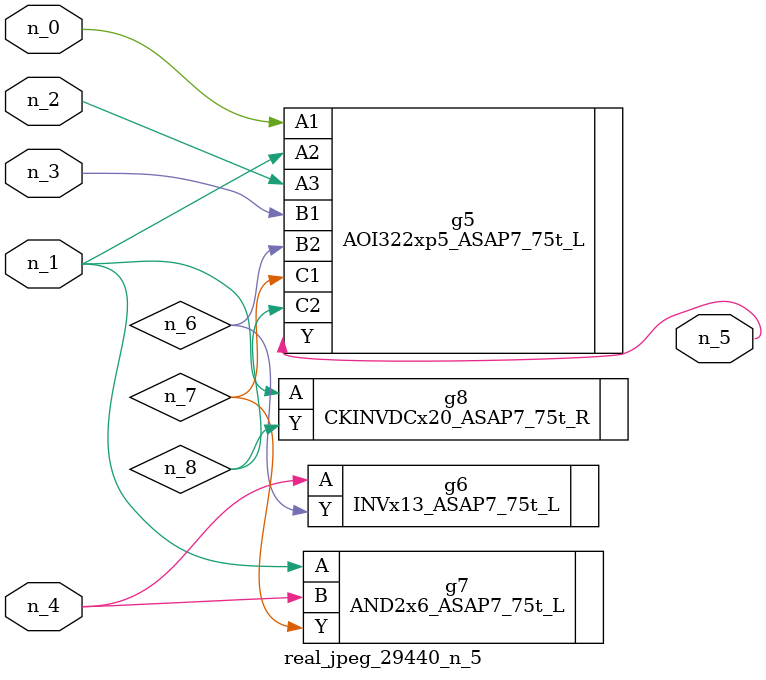
<source format=v>
module real_jpeg_29440_n_5 (n_4, n_0, n_1, n_2, n_3, n_5);

input n_4;
input n_0;
input n_1;
input n_2;
input n_3;

output n_5;

wire n_8;
wire n_6;
wire n_7;

AOI322xp5_ASAP7_75t_L g5 ( 
.A1(n_0),
.A2(n_1),
.A3(n_2),
.B1(n_3),
.B2(n_6),
.C1(n_7),
.C2(n_8),
.Y(n_5)
);

AND2x6_ASAP7_75t_L g7 ( 
.A(n_1),
.B(n_4),
.Y(n_7)
);

CKINVDCx20_ASAP7_75t_R g8 ( 
.A(n_1),
.Y(n_8)
);

INVx13_ASAP7_75t_L g6 ( 
.A(n_4),
.Y(n_6)
);


endmodule
</source>
